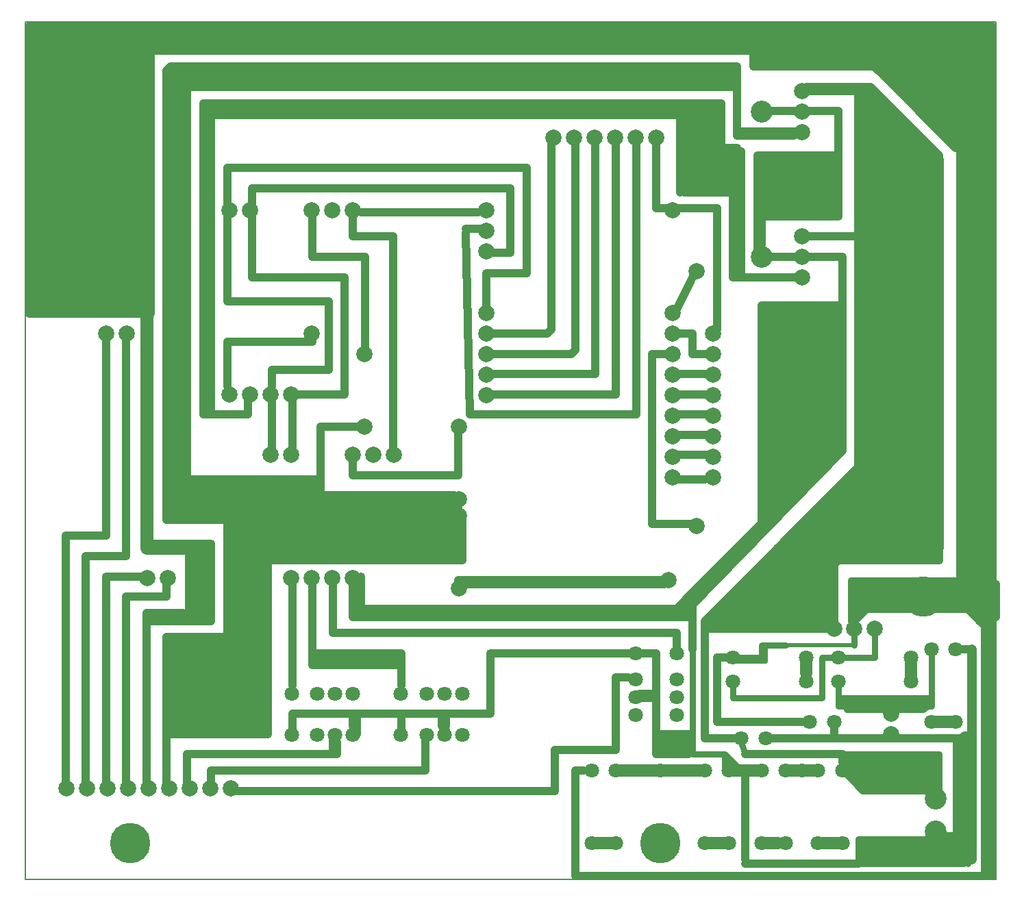
<source format=gbr>
%FSLAX32Y32*%
%MOMM*%
%LNKUPFERSEITE2*%
G71*
G01*
%ADD10C, 0.20*%
%ADD11C, 1.80*%
%ADD12C, 1.50*%
%ADD13C, 2.70*%
%ADD14C, 1.00*%
%ADD15C, 3.50*%
%ADD16C, 0.80*%
%ADD17C, 1.20*%
%ADD18C, 2.00*%
%ADD19C, 0.50*%
%ADD20C, 5.00*%
%ADD21C, 4.00*%
%ADD22C, 2.00*%
%ADD23C, 3.00*%
%ADD24C, 1.60*%
%LPD*%
G54D10*
X0Y0D02*
X12000Y0D01*
X12000Y10600D01*
X0Y10600D01*
X0Y0D01*
X10100Y450D02*
G54D11*
D03*
X9800Y450D02*
G54D11*
D03*
X10100Y1350D02*
G54D11*
D03*
X9800Y1350D02*
G54D11*
D03*
X9400Y1350D02*
G54D11*
D03*
X9600Y1350D02*
G54D11*
D03*
X9400Y450D02*
G54D11*
D03*
X9100Y450D02*
G54D11*
D03*
X9100Y1350D02*
G54D11*
D03*
G54D12*
X9150Y450D02*
X9300Y450D01*
G54D12*
X9850Y450D02*
X10050Y450D01*
G54D12*
X9450Y1350D02*
X9550Y1350D01*
G54D12*
X9650Y1350D02*
X9750Y1350D01*
X8700Y1350D02*
G54D11*
D03*
X8700Y450D02*
G54D11*
D03*
X8400Y450D02*
G54D11*
D03*
X8400Y1350D02*
G54D11*
D03*
G54D12*
X8750Y1350D02*
X9050Y1350D01*
G54D12*
X8450Y450D02*
X8650Y450D01*
X7300Y1350D02*
G54D11*
D03*
X7850Y1350D02*
G54D11*
D03*
X7300Y450D02*
G54D11*
D03*
G54D12*
X7350Y1350D02*
X7800Y1350D01*
G54D12*
X7900Y1350D02*
X8350Y1350D01*
X7000Y450D02*
G54D11*
D03*
X7000Y1350D02*
G54D11*
D03*
G54D12*
X7050Y450D02*
X7250Y450D01*
X11250Y600D02*
G54D13*
D03*
X11250Y1000D02*
G54D13*
D03*
G54D14*
X8900Y1300D02*
X8900Y250D01*
G54D14*
X8900Y200D02*
X10300Y200D01*
G54D15*
X10450Y350D02*
X11450Y350D01*
G54D16*
X10250Y200D02*
X11600Y200D01*
G54D16*
X10300Y350D02*
X10300Y250D01*
G54D16*
X11350Y550D02*
X11600Y550D01*
G54D14*
X11550Y300D02*
X11550Y1750D01*
G54D16*
X11250Y1150D02*
X10400Y1150D01*
X10200Y1350D01*
G54D16*
X11150Y1100D02*
X10400Y1100D01*
X10350Y1100D01*
X10150Y1300D01*
G54D16*
X11300Y1150D02*
X11300Y1350D01*
X10200Y1350D01*
G54D16*
X10300Y1300D02*
X11250Y1300D01*
X11250Y1200D01*
X10400Y1200D01*
X10350Y1250D01*
X11250Y1250D01*
G54D16*
X11300Y1200D02*
X11300Y1100D01*
G54D16*
X10300Y350D02*
X10300Y500D01*
X10450Y500D01*
X11150Y500D01*
G54D14*
X10100Y1450D02*
X10100Y1550D01*
X8900Y1550D01*
G54D16*
X10150Y1450D02*
X10250Y1350D01*
X9150Y1750D02*
G54D11*
D03*
X8850Y1750D02*
G54D11*
D03*
G54D14*
X9200Y1750D02*
X11550Y1750D01*
X10000Y1950D02*
G54D11*
D03*
X9700Y1950D02*
G54D11*
D03*
G54D14*
X10000Y1900D02*
X10000Y1750D01*
G54D16*
X11500Y550D02*
X11500Y1700D01*
G54D16*
X11600Y600D02*
X11600Y1750D01*
X11450Y1750D01*
G54D16*
X11600Y600D02*
X11600Y200D01*
G54D16*
X10150Y1500D02*
X11300Y1500D01*
X11300Y1400D01*
X11300Y1300D01*
X11300Y1450D01*
X10200Y1450D01*
X10250Y1400D01*
X11250Y1400D01*
X11300Y1450D01*
G54D16*
X10100Y1550D02*
X11300Y1550D01*
X11300Y1400D01*
X11500Y1950D02*
G54D11*
D03*
X11200Y1950D02*
G54D11*
D03*
X11500Y2850D02*
G54D11*
D03*
X11200Y2850D02*
G54D11*
D03*
G54D12*
X11250Y1950D02*
X11450Y1950D01*
G54D17*
X11700Y250D02*
X11700Y2850D01*
G54D14*
X11700Y2850D02*
X11550Y2850D01*
G54D16*
X11700Y1800D02*
X11600Y1800D01*
X11550Y1750D01*
G54D16*
X11650Y1800D02*
X11650Y200D01*
G54D14*
X6900Y1350D02*
X6800Y1350D01*
X6800Y50D01*
X11950Y50D01*
X11950Y2950D01*
X10950Y2750D02*
G54D11*
D03*
X10050Y2750D02*
G54D11*
D03*
X10950Y2450D02*
G54D11*
D03*
X10050Y2450D02*
G54D11*
D03*
X9650Y2750D02*
G54D11*
D03*
X9650Y2450D02*
G54D11*
D03*
X8750Y2750D02*
G54D11*
D03*
X8750Y2450D02*
G54D11*
D03*
G54D12*
X9650Y2550D02*
X9650Y2700D01*
G54D12*
X10950Y2500D02*
X10950Y2700D01*
G54D16*
X8750Y2400D02*
X8750Y2250D01*
X9850Y2250D01*
X9850Y2750D01*
X10000Y2750D01*
G54D16*
X10050Y2400D02*
X10050Y2250D01*
X11200Y2250D01*
X11200Y2800D01*
G54D16*
X10050Y2200D02*
X11200Y2200D01*
X11200Y2300D01*
G54D16*
X10050Y2300D02*
X10050Y2200D01*
X10700Y1800D02*
G54D18*
D03*
X10700Y2050D02*
G54D18*
D03*
G54D16*
X10050Y2150D02*
X11200Y2150D01*
X11200Y2250D01*
X10050Y2250D01*
X10050Y2150D01*
G54D16*
X10150Y2100D02*
X11100Y2100D01*
X11150Y2150D01*
G54D14*
X9650Y1950D02*
X8550Y1950D01*
G54D14*
X8550Y1950D02*
X8550Y2750D01*
X8750Y2750D01*
G54D14*
X8550Y2100D02*
X8550Y1950D01*
X10500Y3100D02*
G54D18*
D03*
X10250Y3100D02*
G54D18*
D03*
X10000Y3100D02*
G54D18*
D03*
G54D19*
X8700Y2700D02*
X9150Y2700D01*
X9150Y2850D01*
X9150Y2900D01*
X10250Y2900D01*
X10250Y2950D01*
G54D16*
X8750Y2750D02*
X9100Y2750D01*
X9100Y2900D01*
X9400Y2900D01*
G54D16*
X10250Y2900D02*
X10250Y3000D01*
G54D16*
X10100Y2750D02*
X10500Y2750D01*
X10500Y3050D01*
G54D14*
X10250Y3150D02*
X10250Y3200D01*
X10400Y3350D01*
X11950Y3350D01*
X11950Y2900D01*
X11950Y2950D01*
X11950Y3300D01*
G54D16*
X10200Y3200D02*
X10200Y3700D01*
X11950Y3700D01*
X11950Y3400D01*
X10250Y3400D01*
X10250Y3350D01*
X10200Y3300D01*
X10200Y3400D01*
X10300Y3500D01*
X10300Y3600D01*
X10250Y3650D01*
X10250Y3500D01*
X10250Y3550D01*
X10350Y3650D01*
X11900Y3650D01*
X11900Y3450D01*
X10300Y3450D01*
X10300Y3550D01*
X10350Y3600D01*
X11850Y3600D01*
X11950Y3500D01*
X11850Y3500D01*
X10350Y3500D01*
X10300Y3550D01*
X11850Y3550D01*
G54D16*
X11850Y3300D02*
X11850Y100D01*
X11900Y50D01*
X11900Y3200D01*
X11900Y3400D01*
X11100Y3500D02*
G54D20*
D03*
G54D16*
X8900Y1550D02*
X8850Y1700D01*
G54D14*
X8800Y1750D02*
X8400Y1750D01*
X8400Y3050D01*
G54D16*
X8650Y1400D02*
X8650Y1550D01*
X8250Y1550D01*
X8250Y3150D01*
G54D16*
X8650Y1550D02*
X8800Y1400D01*
X8750Y1400D01*
X8700Y1450D01*
G54D14*
X9950Y3100D02*
X8400Y3100D01*
X7950Y3700D02*
G54D18*
D03*
X8000Y4970D02*
G54D18*
D03*
X8000Y5224D02*
G54D18*
D03*
X8000Y5478D02*
G54D18*
D03*
X8000Y5732D02*
G54D18*
D03*
X8000Y5986D02*
G54D18*
D03*
X8000Y6240D02*
G54D18*
D03*
X8000Y6494D02*
G54D18*
D03*
X8000Y6748D02*
G54D18*
D03*
X8000Y7002D02*
G54D18*
D03*
X8000Y8272D02*
G54D18*
D03*
X5700Y8272D02*
G54D18*
D03*
X5700Y8018D02*
G54D18*
D03*
X5700Y7764D02*
G54D18*
D03*
X5700Y7002D02*
G54D18*
D03*
X5700Y6748D02*
G54D18*
D03*
X5700Y6494D02*
G54D18*
D03*
X5700Y6240D02*
G54D18*
D03*
X5700Y5986D02*
G54D18*
D03*
G54D21*
X200Y10400D02*
X6025Y10400D01*
X11800Y10400D01*
G54D22*
X11900Y3650D02*
X11900Y10450D01*
X11900Y10450D01*
G54D23*
X11650Y3750D02*
X11650Y10450D01*
G54D22*
X10500Y4100D02*
X10500Y9650D01*
G54D22*
X10700Y4050D02*
X10700Y9450D01*
G54D22*
X10900Y4050D02*
X10900Y9250D01*
G54D22*
X11100Y4100D02*
X11050Y9100D01*
G54D22*
X11250Y4100D02*
X11250Y8900D01*
G54D16*
X11800Y3650D02*
X11800Y10550D01*
X7800Y9172D02*
G54D18*
D03*
X7546Y9172D02*
G54D18*
D03*
X7292Y9172D02*
G54D18*
D03*
X7038Y9172D02*
G54D18*
D03*
X6784Y9172D02*
G54D18*
D03*
X6530Y9172D02*
G54D18*
D03*
G54D14*
X7800Y9100D02*
X7800Y8300D01*
X7800Y8300D01*
X7950Y8300D01*
X8500Y6748D02*
G54D18*
D03*
X8500Y6494D02*
G54D18*
D03*
X8500Y6240D02*
G54D18*
D03*
X8500Y5986D02*
G54D18*
D03*
X8500Y5732D02*
G54D18*
D03*
X8500Y5478D02*
G54D18*
D03*
X8500Y5224D02*
G54D18*
D03*
X8500Y4970D02*
G54D18*
D03*
G54D14*
X8050Y6750D02*
X8250Y6750D01*
X8250Y6500D01*
X8250Y6500D01*
X8400Y6500D01*
X8450Y6500D01*
G54D14*
X8000Y8300D02*
X8550Y8300D01*
X8550Y6800D01*
G54D14*
X8050Y6250D02*
X8500Y6250D01*
G54D14*
X8050Y6000D02*
X8450Y6000D01*
G54D14*
X8050Y5750D02*
X8350Y5750D01*
X8450Y5750D01*
G54D14*
X8050Y5500D02*
X8450Y5500D01*
G54D14*
X8050Y5250D02*
X8450Y5250D01*
G54D14*
X8050Y4950D02*
X8400Y4950D01*
X8300Y4370D02*
G54D18*
D03*
G54D14*
X7950Y6500D02*
X7750Y6500D01*
X7750Y4400D01*
X8250Y4400D01*
X8300Y7520D02*
G54D18*
D03*
G54D14*
X8050Y7050D02*
X8250Y7450D01*
G54D14*
X7550Y9100D02*
X7550Y5750D01*
X5500Y5750D01*
X5450Y8000D01*
G54D14*
X5450Y8050D02*
X5650Y8050D01*
G54D14*
X5750Y7750D02*
X5950Y7750D01*
X6000Y7750D01*
X6000Y8550D01*
X2850Y8550D01*
G54D14*
X5700Y7100D02*
X5700Y7500D01*
X6200Y7500D01*
X6200Y8800D01*
X5050Y8800D01*
G54D14*
X5750Y6000D02*
X7300Y6000D01*
X7300Y9100D01*
G54D14*
X5750Y6250D02*
X7050Y6250D01*
X7050Y9100D01*
G54D14*
X5750Y6500D02*
X6750Y6500D01*
X6800Y6550D01*
X6800Y9100D01*
G54D14*
X5750Y6750D02*
X6450Y6750D01*
X6500Y6800D01*
X6500Y9100D01*
X9600Y9750D02*
G54D18*
D03*
X9600Y9496D02*
G54D18*
D03*
X9600Y9242D02*
G54D18*
D03*
X9100Y9496D02*
G54D13*
D03*
X9600Y7950D02*
G54D18*
D03*
X9600Y7696D02*
G54D18*
D03*
X9600Y7442D02*
G54D18*
D03*
X9100Y7696D02*
G54D13*
D03*
G54D22*
X10350Y9700D02*
X10350Y4100D01*
G54D14*
X9650Y9750D02*
X10400Y9750D01*
G54D14*
X9650Y7950D02*
X10350Y7950D01*
X10200Y7950D01*
X10650Y7950D01*
G54D14*
X8400Y3200D02*
X10300Y5100D01*
X10300Y4050D01*
X9350Y4050D01*
X9300Y4100D01*
X10200Y4100D01*
X10250Y4150D01*
G54D14*
X10000Y3200D02*
X10000Y4050D01*
X9350Y4050D01*
X9250Y3950D01*
X8450Y3150D01*
X9850Y3150D01*
X9900Y3200D01*
X9900Y4000D01*
X9350Y4000D01*
X9300Y3950D01*
X9300Y3900D01*
X8600Y3200D01*
X9800Y3200D01*
X9850Y3250D01*
X9850Y3950D01*
X9400Y3950D01*
X9350Y3900D01*
X9350Y3800D01*
X8800Y3250D01*
X9750Y3250D01*
X9800Y3300D01*
X9800Y3850D01*
X9750Y3900D01*
X9500Y3900D01*
X9450Y3850D01*
X9350Y3850D01*
X8700Y3200D01*
X8850Y3200D01*
X9050Y3400D01*
X9750Y3400D01*
X9700Y3350D01*
X9050Y3350D01*
X9050Y3400D01*
X9500Y3850D01*
X9700Y3850D01*
X9700Y3450D01*
X9300Y3450D01*
X9250Y3500D01*
X9550Y3800D01*
X9600Y3750D01*
X9600Y3650D01*
X9650Y3600D01*
X9600Y3550D01*
X9350Y3550D01*
X9400Y3550D01*
X9650Y3800D01*
X9650Y3550D01*
X9550Y3650D01*
X9350Y3650D01*
X9200Y3500D01*
X9350Y3500D01*
X9700Y3850D01*
G54D14*
X9450Y4150D02*
X9500Y4150D01*
X10350Y5000D01*
X10350Y4400D01*
X10050Y4100D01*
X10050Y4600D01*
X10200Y4750D01*
X10200Y4800D01*
X10200Y4250D01*
X10200Y4550D01*
X10100Y4650D01*
X10100Y4200D01*
X10300Y4200D01*
X9600Y4200D01*
X9550Y4150D01*
X9650Y4150D01*
X10050Y4550D01*
X10050Y4300D01*
X9950Y4200D01*
X9850Y4300D01*
X9900Y4300D01*
X10000Y4400D01*
G54D14*
X10050Y4000D02*
X11300Y4000D01*
X11300Y4150D01*
X10700Y4150D01*
X10600Y4050D01*
X11100Y4050D01*
X11150Y4000D01*
G54D14*
X10350Y9800D02*
X9650Y9800D01*
G54D14*
X9650Y7700D02*
X10100Y7700D01*
X10100Y5300D01*
X8250Y3400D01*
G54D14*
X9450Y4200D02*
X10200Y4950D01*
X10200Y4800D01*
X9700Y4300D01*
X10050Y4300D01*
X10050Y3950D01*
X9550Y3450D01*
X9750Y3250D01*
X9750Y3350D01*
X9900Y3500D01*
X9250Y3500D01*
X9050Y3300D01*
X9250Y3300D01*
X10400Y4450D01*
X10400Y4500D01*
X10450Y4550D01*
G54D14*
X10800Y9450D02*
X10800Y4050D01*
G54D14*
X8250Y3400D02*
X8250Y3550D01*
X10050Y5350D01*
X9950Y5350D01*
X9150Y4550D01*
X9150Y7100D01*
X10050Y7100D01*
X10050Y5450D01*
X10000Y5400D01*
G54D14*
X8250Y3300D02*
X8250Y3500D01*
X8350Y3500D01*
X8400Y3650D01*
X9950Y5250D01*
X9950Y7050D01*
X9200Y7050D01*
X9200Y4700D01*
X9900Y5400D01*
X9900Y7050D01*
X9350Y7050D01*
X9250Y6950D01*
X9250Y4850D01*
X9850Y5450D01*
X9850Y6950D01*
X9800Y7000D01*
X9400Y7000D01*
X9350Y7000D01*
X9300Y6950D01*
X9300Y5000D01*
X9800Y5500D01*
X9750Y5500D01*
X9750Y6900D01*
X9800Y6950D01*
X9400Y6950D01*
X9350Y6900D01*
X9350Y5150D01*
X9700Y5500D01*
X9700Y6900D01*
X9450Y6900D01*
X9450Y5300D01*
X9400Y5250D01*
X9400Y5350D01*
X9650Y5600D01*
X9650Y6850D01*
X9550Y6850D01*
X9550Y5550D01*
X9500Y5500D01*
X9500Y6900D01*
G54D14*
X9500Y5300D02*
X9500Y5400D01*
X9600Y5500D01*
G54D14*
X9150Y4650D02*
X9150Y4450D01*
X9150Y4600D01*
X9200Y4650D01*
X9200Y4550D01*
G54D14*
X11850Y10550D02*
X11950Y10550D01*
X11950Y10400D01*
G54D14*
X11300Y8950D02*
X11150Y9100D01*
X10450Y9800D01*
X10350Y9800D01*
G54D14*
X10500Y9650D02*
X10700Y9450D01*
G54D14*
X10600Y9500D02*
X10600Y9400D01*
X10750Y9400D01*
X11150Y9000D01*
G54D14*
X11150Y9000D02*
X11150Y8850D01*
G54D14*
X9650Y9500D02*
X10050Y9500D01*
X10050Y8200D01*
X9050Y8200D01*
X9050Y7850D01*
X9100Y7850D01*
X9100Y8150D01*
G54D14*
X9200Y7700D02*
X9550Y7700D01*
G54D14*
X9050Y7800D02*
X9050Y8000D01*
G54D14*
X9050Y8000D02*
X9050Y8950D01*
X10000Y8950D01*
X10000Y8300D01*
X9950Y8250D01*
X9150Y8250D01*
X9100Y8300D01*
X9100Y8900D01*
X9900Y8900D01*
X9900Y8300D01*
X9200Y8300D01*
X9150Y8350D01*
X9150Y8800D01*
X9200Y8850D01*
X9800Y8850D01*
X9900Y8750D01*
X9900Y8450D01*
X9800Y8350D01*
X9250Y8350D01*
X9250Y8800D01*
X9750Y8800D01*
X9800Y8850D01*
X9800Y8400D01*
X9350Y8400D01*
X9300Y8450D01*
X9300Y8750D01*
X9700Y8750D01*
X9700Y8500D01*
X9350Y8500D01*
X9350Y8650D01*
X9400Y8700D01*
X9600Y8700D01*
X9650Y8650D01*
X9650Y8600D01*
X9600Y8550D01*
X9450Y8550D01*
X9400Y8600D01*
X9550Y8600D01*
X9600Y8650D01*
X9600Y8550D01*
X9700Y8450D01*
X9500Y8450D01*
G54D14*
X9200Y9500D02*
X9500Y9500D01*
G54D14*
X9500Y9250D02*
X8950Y9250D01*
X8800Y9250D01*
X8800Y10050D01*
X1800Y10050D01*
G54D14*
X9550Y7450D02*
X8850Y7450D01*
X8850Y8500D01*
X8150Y8500D01*
X8100Y8550D01*
X8100Y9450D01*
X2200Y9450D01*
X2200Y9600D01*
X8100Y9600D01*
X8100Y9500D01*
X2700Y9500D01*
X2550Y9500D01*
X2200Y9500D01*
G54D14*
X8600Y8500D02*
X8600Y9600D01*
G54D14*
X8100Y9600D02*
X8550Y9600D01*
X8550Y8600D01*
X8150Y8600D01*
X8150Y9550D01*
X8500Y9550D01*
X8500Y8650D01*
X8200Y8650D01*
X8200Y9500D01*
X8450Y9500D01*
X8450Y8650D01*
X8300Y8650D01*
X8250Y8700D01*
X8250Y9500D01*
X8350Y9500D01*
X8350Y8700D01*
G54D14*
X8750Y9800D02*
X1750Y9800D01*
G54D14*
X9500Y9200D02*
X8800Y9200D01*
X8800Y9350D01*
X8800Y9450D01*
G54D14*
X10100Y3950D02*
X11300Y3950D01*
X11300Y4050D01*
G54D14*
X10250Y3950D02*
X10000Y3950D01*
G54D14*
X9800Y4250D02*
X9700Y4250D01*
G54D14*
X9950Y3200D02*
X9950Y4300D01*
X9950Y4150D01*
X9900Y4100D01*
G54D14*
X8300Y3500D02*
X8600Y3800D01*
X8500Y3800D01*
X8250Y3550D01*
G54D14*
X10600Y4150D02*
X10600Y9350D01*
G54D14*
X9650Y8500D02*
X9800Y8500D01*
G54D14*
X8300Y9500D02*
X8300Y8700D01*
G54D14*
X9850Y8800D02*
X9850Y8450D01*
X9850Y8600D01*
X9800Y8650D01*
X9400Y8650D01*
X9400Y8800D01*
X9450Y8850D01*
X9750Y8850D01*
G54D14*
X10550Y9100D02*
X10550Y8950D01*
X10500Y8900D01*
X10500Y7850D01*
X10450Y7800D01*
G54D14*
X9100Y10350D02*
X9100Y10150D01*
X10650Y10150D01*
X10650Y10100D01*
X11550Y9200D01*
X11550Y10300D01*
X11500Y10350D01*
X9200Y10350D01*
X9150Y10300D01*
X9150Y10250D01*
X11500Y10250D01*
X9250Y10250D01*
X9200Y10300D01*
X11500Y10300D01*
X11550Y10250D01*
X11550Y9400D01*
X11500Y9350D01*
X10600Y10250D01*
X10700Y10250D01*
X10800Y10150D01*
X11500Y10150D01*
X11500Y10200D01*
X10800Y10200D01*
X10800Y10150D01*
X11500Y9450D01*
X11500Y10050D01*
X10950Y10050D01*
X10900Y10100D01*
X11450Y10100D01*
X11450Y9600D01*
X11050Y10000D01*
X11350Y10000D01*
X11350Y9800D01*
X11400Y9750D01*
X11400Y10000D01*
X11250Y10000D01*
X11200Y9950D01*
X11300Y9950D01*
X11300Y9850D01*
X11250Y9900D01*
G54D14*
X9100Y10050D02*
X10600Y10050D01*
G54D14*
X10300Y5100D02*
X10300Y4950D01*
X10150Y4800D01*
G54D14*
X9750Y6250D02*
X9750Y5650D01*
X9750Y6050D01*
G54D14*
X8550Y3800D02*
X8800Y4050D01*
G54D14*
X10150Y4900D02*
X10300Y5050D01*
G54D14*
X9650Y5400D02*
X9650Y5500D01*
X9700Y5550D01*
X4050Y8272D02*
G54D18*
D03*
X3542Y8272D02*
G54D18*
D03*
X2780Y8272D02*
G54D18*
D03*
X2526Y8272D02*
G54D18*
D03*
G54D14*
X8600Y9600D02*
X8350Y9600D01*
X3796Y8272D02*
G54D18*
D03*
G54D14*
X4150Y8250D02*
X5600Y8250D01*
X3542Y6748D02*
G54D18*
D03*
X1256Y6748D02*
G54D18*
D03*
X1002Y6748D02*
G54D18*
D03*
G54D14*
X9100Y4450D02*
X9100Y7100D01*
X9250Y7100D01*
X4558Y5250D02*
G54D18*
D03*
X4304Y5250D02*
G54D18*
D03*
X4050Y5250D02*
G54D18*
D03*
X3288Y5250D02*
G54D18*
D03*
X3034Y5250D02*
G54D18*
D03*
X4050Y3726D02*
G54D18*
D03*
X3796Y3726D02*
G54D18*
D03*
X3542Y3726D02*
G54D18*
D03*
X3288Y3726D02*
G54D18*
D03*
X1764Y3726D02*
G54D18*
D03*
X1510Y3726D02*
G54D18*
D03*
G54D14*
X8400Y3050D02*
X8400Y3200D01*
G54D14*
X8250Y3300D02*
X8250Y3200D01*
G54D14*
X8250Y3250D02*
X8250Y2850D01*
G54D14*
X2800Y8550D02*
X2800Y8350D01*
G54D14*
X5000Y8800D02*
X2500Y8800D01*
X2500Y8350D01*
X5358Y5600D02*
G54D18*
D03*
X5358Y4700D02*
G54D18*
D03*
X5358Y4500D02*
G54D18*
D03*
X5358Y3600D02*
G54D18*
D03*
G54D14*
X5350Y4650D02*
X5350Y4550D01*
X3288Y6000D02*
G54D18*
D03*
X3034Y6000D02*
G54D18*
D03*
X2780Y6000D02*
G54D18*
D03*
X2526Y6000D02*
G54D18*
D03*
G54D14*
X4050Y8200D02*
X4050Y7950D01*
X4550Y7950D01*
X4550Y5350D01*
X4192Y6498D02*
G54D18*
D03*
X4192Y5598D02*
G54D18*
D03*
G54D14*
X3550Y8200D02*
X3550Y7700D01*
X4200Y7700D01*
X4200Y6600D01*
G54D14*
X4050Y5200D02*
X4050Y5000D01*
X5350Y5000D01*
X5350Y5550D01*
G54D14*
X4100Y5600D02*
X3650Y5600D01*
X3650Y4600D01*
X5300Y4600D01*
G54D14*
X3300Y5350D02*
X3300Y5950D01*
G54D14*
X3050Y5350D02*
X3050Y5950D01*
G54D14*
X2500Y6100D02*
X2500Y6650D01*
X3550Y6650D01*
G54D14*
X2750Y5950D02*
X2750Y5750D01*
X2300Y5750D01*
X2300Y9400D01*
G54D14*
X2250Y9400D02*
X2250Y5750D01*
G54D14*
X2200Y9400D02*
X2200Y5750D01*
G54D14*
X2200Y9600D02*
X2200Y9300D01*
G54D14*
X2550Y5750D02*
X2200Y5750D01*
G54D14*
X2800Y8200D02*
X2800Y7450D01*
X3950Y7450D01*
X3950Y6000D01*
X3350Y6000D01*
G54D14*
X2500Y8200D02*
X2500Y7150D01*
X3550Y7150D01*
X3400Y7150D01*
G54D14*
X3550Y7150D02*
X3750Y7150D01*
X3750Y6300D01*
X3050Y6300D01*
X3050Y6100D01*
G54D14*
X3600Y4950D02*
X1950Y4950D01*
X1950Y9800D01*
X1850Y9800D01*
X1850Y4850D01*
X3600Y4850D01*
X3600Y4900D01*
X1900Y4900D01*
X1900Y9800D01*
G54D14*
X1800Y9750D02*
X1800Y4800D01*
X3600Y4800D01*
X3600Y4700D01*
X1800Y4700D01*
X1800Y4750D01*
X3600Y4750D01*
X3600Y4600D01*
X1800Y4600D01*
X1800Y4800D01*
X1800Y4650D01*
X3600Y4650D01*
G54D14*
X2000Y9800D02*
X2000Y4950D01*
G54D14*
X1750Y9750D02*
X1750Y4600D01*
X2000Y4600D01*
G54D14*
X1750Y9700D02*
X1750Y10000D01*
G54D14*
X3450Y4600D02*
X3750Y4600D01*
G54D14*
X5250Y4550D02*
X1750Y4550D01*
G54D14*
X5250Y4500D02*
X1750Y4500D01*
G54D14*
X5300Y4450D02*
X1750Y4450D01*
X1750Y4700D01*
X510Y1126D02*
G54D18*
D03*
X764Y1126D02*
G54D18*
D03*
X1018Y1126D02*
G54D18*
D03*
X1272Y1126D02*
G54D18*
D03*
X1526Y1126D02*
G54D18*
D03*
X1780Y1126D02*
G54D18*
D03*
X2034Y1126D02*
G54D18*
D03*
X2288Y1126D02*
G54D18*
D03*
X2542Y1126D02*
G54D18*
D03*
G54D14*
X3700Y4650D02*
X5250Y4650D01*
X5250Y4700D01*
X3700Y4700D01*
X3700Y4750D01*
X5300Y4750D01*
G54D14*
X750Y1200D02*
X750Y4000D01*
X1250Y4000D01*
X1250Y6700D01*
G54D14*
X1000Y6700D02*
X1000Y4250D01*
X500Y4250D01*
X500Y1200D01*
G54D14*
X1000Y1200D02*
X1000Y3750D01*
X1450Y3750D01*
G54D14*
X1750Y3650D02*
X1750Y3500D01*
X1250Y3500D01*
X1250Y1200D01*
G54D14*
X50Y10550D02*
X50Y7000D01*
X100Y7000D01*
X100Y10250D01*
X150Y10250D01*
X150Y7000D01*
X200Y7000D01*
X200Y10200D01*
X250Y10200D01*
X250Y7000D01*
X300Y7000D01*
X300Y10250D01*
X350Y10250D01*
X350Y7000D01*
X400Y7000D01*
X400Y10200D01*
X450Y10200D01*
X450Y7000D01*
X500Y7000D01*
X500Y10200D01*
X550Y10200D01*
X550Y7000D01*
X600Y7000D01*
X600Y10200D01*
X650Y10200D01*
X650Y7000D01*
G54D22*
X700Y10200D02*
X700Y7050D01*
X800Y7050D01*
X800Y10200D01*
X950Y10200D01*
X950Y7050D01*
G54D22*
X1100Y7050D02*
X1100Y10150D01*
X1250Y10150D01*
X1250Y7050D01*
X1400Y7050D01*
X1400Y10150D01*
X1500Y10150D01*
X1500Y7050D01*
G54D14*
X50Y7000D02*
X1550Y7000D01*
X1550Y7400D01*
G54D14*
X1650Y10550D02*
X50Y10550D01*
G54D24*
X1500Y6950D02*
X1500Y4100D01*
G54D24*
X1500Y4100D02*
X1950Y4100D01*
X2050Y4100D01*
X2050Y3250D01*
X1550Y3250D01*
G54D14*
X1500Y3250D02*
X1500Y1200D01*
G54D14*
X1500Y3300D02*
X1750Y3300D01*
X1950Y3300D01*
X1950Y3300D01*
X1500Y3300D01*
G54D14*
X1500Y3300D02*
X1500Y3200D01*
G54D14*
X2050Y4150D02*
X2150Y4150D01*
X2150Y3200D01*
X2250Y3200D01*
X2250Y4150D01*
X2200Y4150D01*
X2200Y3250D01*
X2300Y3250D01*
X2300Y4150D01*
X1550Y4150D01*
G54D14*
X2300Y3400D02*
X2300Y3200D01*
X1550Y3200D01*
G54D14*
X2500Y4400D02*
X2500Y3000D01*
X1800Y3000D01*
X1750Y3000D01*
X1750Y1200D01*
G54D14*
X1800Y1800D02*
X3000Y1800D01*
X3000Y4400D01*
X2600Y4400D01*
X2550Y4400D01*
X2550Y2950D01*
X1800Y2950D01*
X1800Y1850D01*
X2950Y1850D01*
X2950Y4350D01*
X2600Y4350D01*
X2600Y2900D01*
X1850Y2900D01*
X1850Y1900D01*
X2900Y1900D01*
X2900Y4300D01*
X2700Y4300D01*
X2650Y4300D01*
X2650Y2850D01*
X1950Y2850D01*
X1850Y2850D01*
X1900Y2850D01*
X1900Y1950D01*
X2900Y1950D01*
X2850Y1950D01*
X2850Y4250D01*
X2700Y4250D01*
X2700Y2800D01*
X1950Y2800D01*
X1950Y2000D01*
X2800Y2000D01*
X2800Y4200D01*
X2800Y4200D01*
X2800Y2050D01*
X2750Y2050D01*
X2750Y4400D01*
G54D14*
X2700Y2750D02*
X2000Y2750D01*
X2000Y2050D01*
X2700Y2050D01*
X2700Y2700D01*
X2050Y2700D01*
X2050Y2100D01*
X2650Y2100D01*
X2650Y2700D01*
X2100Y2700D01*
X2100Y2150D01*
X2600Y2150D01*
X2600Y2650D01*
X2150Y2650D01*
X2150Y2200D01*
X2550Y2200D01*
X2550Y2600D01*
X2200Y2600D01*
X2200Y2250D01*
X2500Y2250D01*
X2500Y2550D01*
X2250Y2550D01*
X2250Y2300D01*
X2450Y2300D01*
X2450Y2500D01*
X2300Y2500D01*
X2300Y2350D01*
X2400Y2350D01*
X2400Y2450D01*
G54D14*
X2350Y2650D02*
X2350Y2250D01*
X2300Y2200D01*
X2300Y2400D01*
X2350Y2450D01*
G54D14*
X7850Y3700D02*
X5350Y3700D01*
G54D14*
X5450Y3650D02*
X7900Y3650D01*
G54D14*
X1550Y10000D02*
X1550Y10350D01*
G54D14*
X1800Y10050D02*
X1750Y10000D01*
X8750Y10000D01*
X8750Y9850D01*
X1800Y9850D01*
X1800Y9950D01*
X8700Y9950D01*
X8700Y9900D01*
X1850Y9900D01*
G54D14*
X9000Y10250D02*
X9000Y10050D01*
X9050Y10050D01*
X9050Y10200D01*
G54D14*
X9000Y10050D02*
X10700Y10050D01*
X10750Y10000D01*
G54D14*
X10600Y10050D02*
X11550Y9100D01*
X11550Y9050D01*
X11500Y9050D01*
X10550Y10000D01*
G54D14*
X11300Y8950D02*
X11300Y8800D01*
G54D14*
X8200Y3400D02*
X8200Y3400D01*
X8200Y3350D01*
X4050Y3350D01*
X4050Y3650D01*
G54D14*
X4150Y3700D02*
X4150Y3400D01*
X4150Y3750D01*
G54D14*
X4050Y3350D02*
X4050Y3300D01*
X8200Y3300D01*
X8200Y3250D01*
X4050Y3250D01*
X4050Y3450D01*
G54D14*
X8100Y3350D02*
X8250Y3500D01*
X8250Y3550D01*
X8050Y3350D01*
G54D14*
X8100Y8500D02*
X8100Y8500D01*
X8100Y8800D01*
X8050Y2800D02*
G54D11*
D03*
X8050Y2480D02*
G54D11*
D03*
X8050Y2260D02*
G54D11*
D03*
X8050Y2040D02*
G54D11*
D03*
X7542Y2800D02*
G54D11*
D03*
X7542Y2480D02*
G54D11*
D03*
X7542Y2260D02*
G54D11*
D03*
X7542Y2040D02*
G54D11*
D03*
G54D14*
X3800Y3650D02*
X3800Y3050D01*
X8050Y3050D01*
X8050Y2850D01*
G54D14*
X7600Y2800D02*
X7750Y2800D01*
X7800Y2800D01*
X7800Y1800D01*
G54D14*
X7800Y1800D02*
X8200Y1800D01*
X8200Y1750D01*
X7800Y1750D01*
X7800Y1700D01*
X8200Y1700D01*
X8200Y1650D01*
X7800Y1650D01*
X7800Y1600D01*
X8200Y1600D01*
X8200Y1550D01*
X7800Y1550D01*
X7800Y1900D01*
G54D14*
X7600Y2250D02*
X7750Y2250D01*
X7750Y2300D01*
X7600Y2300D01*
G54D14*
X2650Y1100D02*
X6550Y1100D01*
X6550Y1600D01*
X7300Y1600D01*
X7300Y2500D01*
X7450Y2500D01*
X3292Y2300D02*
G54D11*
D03*
X3292Y1792D02*
G54D11*
D03*
X3612Y2300D02*
G54D11*
D03*
X3612Y1792D02*
G54D11*
D03*
X3832Y2300D02*
G54D11*
D03*
X3832Y1792D02*
G54D11*
D03*
X4052Y2300D02*
G54D11*
D03*
X4052Y1792D02*
G54D11*
D03*
X4642Y2300D02*
G54D11*
D03*
X4642Y1792D02*
G54D11*
D03*
X4962Y2300D02*
G54D11*
D03*
X4962Y1792D02*
G54D11*
D03*
X5182Y2300D02*
G54D11*
D03*
X5182Y1792D02*
G54D11*
D03*
X5402Y2300D02*
G54D11*
D03*
X5402Y1792D02*
G54D11*
D03*
G54D14*
X3300Y3650D02*
X3300Y2400D01*
G54D14*
X4650Y2400D02*
X4650Y2650D01*
X3550Y2650D01*
X3550Y3650D01*
G54D14*
X3600Y2700D02*
X4650Y2700D01*
X4650Y2750D01*
X3600Y2750D01*
X3600Y2800D01*
X4650Y2800D01*
X4650Y2550D01*
G54D14*
X7450Y2800D02*
X5750Y2800D01*
X5750Y2050D01*
X3300Y2050D01*
X3300Y1850D01*
G54D14*
X4650Y2000D02*
X4650Y1850D01*
G54D14*
X5150Y2000D02*
X5150Y1900D01*
X5200Y1850D01*
G54D14*
X5200Y1900D02*
X5200Y2000D01*
G54D14*
X4050Y1900D02*
X4050Y2000D01*
G54D14*
X4100Y1800D02*
X4100Y2000D01*
G54D14*
X2000Y1200D02*
X2000Y1550D01*
X3800Y1550D01*
X3800Y1750D01*
G54D14*
X2300Y1200D02*
X2300Y1350D01*
X4950Y1350D01*
X4950Y1750D01*
G54D14*
X2750Y1100D02*
X2600Y1100D01*
G54D14*
X3850Y1700D02*
X3850Y1550D01*
X3750Y1550D01*
X1300Y450D02*
G54D20*
D03*
X7850Y450D02*
G54D20*
D03*
X1300Y10150D02*
G54D20*
D03*
X10700Y10150D02*
G54D20*
D03*
G54D14*
X3050Y4400D02*
X5400Y4400D01*
X5400Y4350D01*
X3000Y4350D01*
X3000Y4300D01*
X5400Y4300D01*
X5400Y4250D01*
X3050Y4250D01*
X3050Y4200D01*
X5400Y4200D01*
X5400Y4150D01*
X3050Y4150D01*
X3050Y4100D01*
X5400Y4100D01*
X5400Y4050D01*
X3050Y4050D01*
X3050Y4000D01*
X5400Y4000D01*
X5400Y3950D01*
X3050Y3950D01*
G54D14*
X5400Y3950D02*
X5400Y4500D01*
G54D14*
X10150Y4600D02*
X10150Y4250D01*
X10200Y4200D01*
X10000Y4200D01*
X9750Y4200D01*
X9700Y4150D01*
X9750Y4150D01*
X10050Y4450D01*
X10050Y4350D01*
X9850Y4150D01*
X9650Y4150D01*
X9350Y3850D01*
X9350Y3950D01*
X9750Y4350D01*
X9950Y4150D01*
X10300Y4150D01*
X10350Y4200D01*
X9550Y4200D01*
X8550Y3200D01*
X8750Y3200D01*
X10350Y4800D01*
G54D14*
X11550Y9550D02*
X11100Y10000D01*
G54D14*
X9600Y8700D02*
X9600Y8650D01*
X9850Y8400D01*
X9850Y8550D01*
X9600Y8800D01*
X9600Y8600D01*
X9800Y8400D01*
X9900Y8300D01*
G54D14*
X9100Y10200D02*
X10350Y10200D01*
X10450Y10100D01*
X10450Y10350D01*
G54D14*
X10250Y3250D02*
X10250Y3300D01*
X10350Y3400D01*
X10300Y3400D01*
X10300Y3600D01*
X10400Y3650D01*
G54D14*
X11800Y3200D02*
X11800Y3300D01*
X11850Y3350D01*
G54D14*
X11400Y3350D02*
X11250Y3350D01*
X11750Y3350D01*
X11750Y3250D01*
X11850Y3150D01*
X11650Y3350D01*
G54D14*
X9600Y6850D02*
X9600Y5550D01*
X9950Y5550D01*
X10000Y5500D01*
X10000Y7050D01*
G54D14*
X9800Y6850D02*
X9800Y5350D01*
X9850Y5300D01*
X9850Y7000D01*
X9800Y7050D01*
G54D14*
X9500Y6900D02*
X9950Y6900D01*
G54D14*
X10200Y1350D02*
X10200Y1300D01*
X10300Y1200D01*
G54D14*
X8800Y8450D02*
X8800Y7450D01*
X8750Y7450D01*
X8750Y8450D01*
X8750Y7450D01*
X8900Y7450D01*
G54D14*
X8650Y8550D02*
X8650Y9050D01*
X8800Y9050D01*
X8800Y8550D01*
X8750Y8550D01*
X8750Y9000D01*
X8700Y9000D01*
X8700Y8550D01*
X8850Y8550D01*
X8850Y9000D01*
G54D14*
X8850Y8450D02*
X8850Y8600D01*
G54D14*
X4600Y8800D02*
X5400Y8800D01*
G54D14*
X10700Y9850D02*
X10400Y10150D01*
G54D14*
X2800Y8550D02*
X3000Y8550D01*
G54D14*
X12000Y3250D02*
X12000Y3650D01*
M02*

</source>
